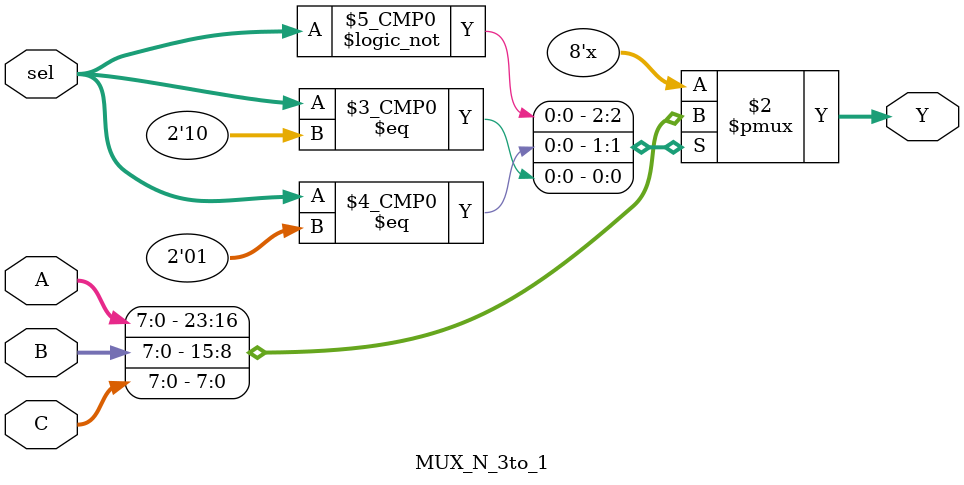
<source format=v>
`timescale 1ns / 1ps


module MUX_N_3to_1#(parameter N = 8)(
    input [N-1:0] A,
    input [N-1:0] B,
    input [N-1:0] C,
    input [1:0] sel,
    output reg[N-1:0] Y
    );
    
    always@(A, B, C, sel) begin
    
        case (sel)
            2'b00: Y<=A;
            2'b01: Y<=B;
            2'b10: Y<=C;
        endcase
    
    end
    
endmodule

</source>
